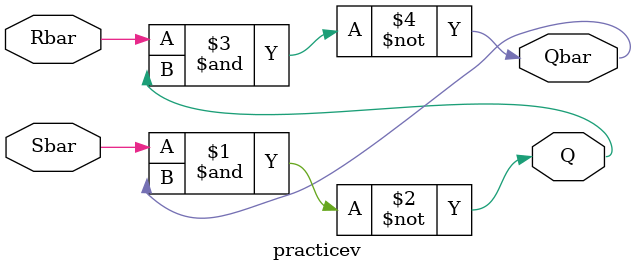
<source format=v>
module practicev(Q, Qbar, Sbar, Rbar);
//Port declarations
output Q, Qbar;
input Sbar, Rbar;
// Instantiate lower-level modules
// In this case, instantiate Verilog primitive nand gates
// Note, how the wires are connected in a cross-coupled fashion.
nand n1(Q, Sbar, Qbar);
nand n2(Qbar, Rbar, Q);
// endmodule st
endmodule

</source>
